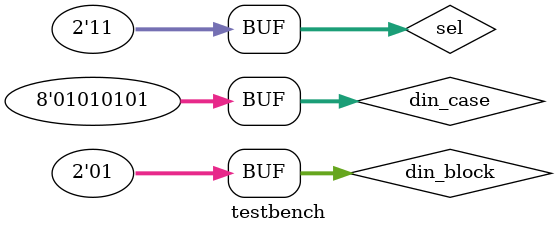
<source format=v>

`timescale 1 ns / 100 ps
module testbench;
parameter DATA_CASE_WIDTH = 8;
parameter DATA_BLOCK_WIDTH  = 2;
    // input and output test signals
    wire  [DATA_CASE_WIDTH-1:0] dout0_case;
	wire  [DATA_CASE_WIDTH-1:0] dout1_case;
    wire  [DATA_CASE_WIDTH-1:0] dout2_case;
	wire  [DATA_CASE_WIDTH-1:0] dout3_case;
	wire  [DATA_BLOCK_WIDTH-1:0] dout0_block;
	wire  [DATA_BLOCK_WIDTH-1:0] dout1_block;
    wire  [DATA_BLOCK_WIDTH-1:0] dout2_block;
	wire  [DATA_BLOCK_WIDTH-1:0] dout3_block;
	reg   [1:0] sel;
	reg   [DATA_CASE_WIDTH-1:0] din_case;
	reg   [DATA_BLOCK_WIDTH-1:0] din_block;
	
 
   // creating the instance of the module we want to test
	bn_demux_1_4_case #(DATA_CASE_WIDTH) bn_demux_1_4_case (.din(din_case), .sel(sel), .dout0(dout0_case), .dout1(dout1_case), .dout2(dout2_case), .dout3(dout3_case));
	b2_demux_1_4_block b2_demux_1_4_block (.din(din_block), .sel(sel), .dout0(dout0_block), .dout1(dout1_block), .dout2(dout2_block), .dout3(dout3_block));
	
	initial 
        begin
			din_case=8'b11111111;
			din_block=din_case;
			#5;
            sel = 2'b00;     // sel change to 00; a -> y
			#10;
			sel = 2'b01;     // sel change to 01; b -> y
			#10
			sel = 2'b10;     // sel change to 10; c -> y
			#10;
			sel = 2'b11;     // sel change to 11; ? -> y
			#10;
			din_case=8'b10101010;
			din_block=din_case;
			#10;
			din_case=8'b01010101;
			din_block=din_case;
			#10;
        end
    // do at the beginning of the simulation
    //  print signal values on every change
    initial 
        $monitor("sel=%b din_case=%b din_block=%b dout0_case=%b dout1_case=%b dout2_case=%b dout3_case=%b dout0_block=%b dout1_block=%b dout2_block=%b dout3_block=%b", 
		         sel, din_case, din_block, dout0_case, dout1_case, dout2_case, dout3_case, dout0_block, dout1_block, dout2_block, dout3_block);
    // do at the beginning of the simulation
    initial 
        $dumpvars;  //iverilog dump init
endmodule

</source>
